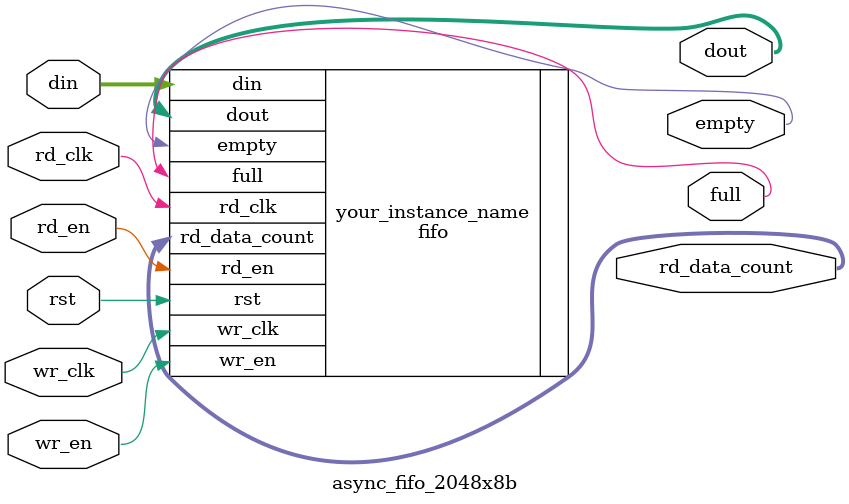
<source format=v>
`timescale 1ns / 1ps
module async_fifo_2048x8b(
  input rst,         
  input wr_clk,
  input rd_clk,
  input [7 : 0] din,
  input wr_en,
  input rd_en,
  output [7 : 0] dout,
  output full,
  output empty,
  output [10 : 0] rd_data_count
  );

fifo your_instance_name (
  .rst(rst), // input rst
  .wr_clk(wr_clk), // input wr_clk
  .rd_clk(rd_clk), // input rd_clk
  .din(din), // input [7 : 0] din
  .wr_en(wr_en), // input wr_en
  .rd_en(rd_en), // input rd_en
  .dout(dout), // output [7 : 0] dout
  .full(full), // output full
  .empty(empty), // output empty
  .rd_data_count(rd_data_count) // output [10 : 0] rd_data_count
);
endmodule

</source>
